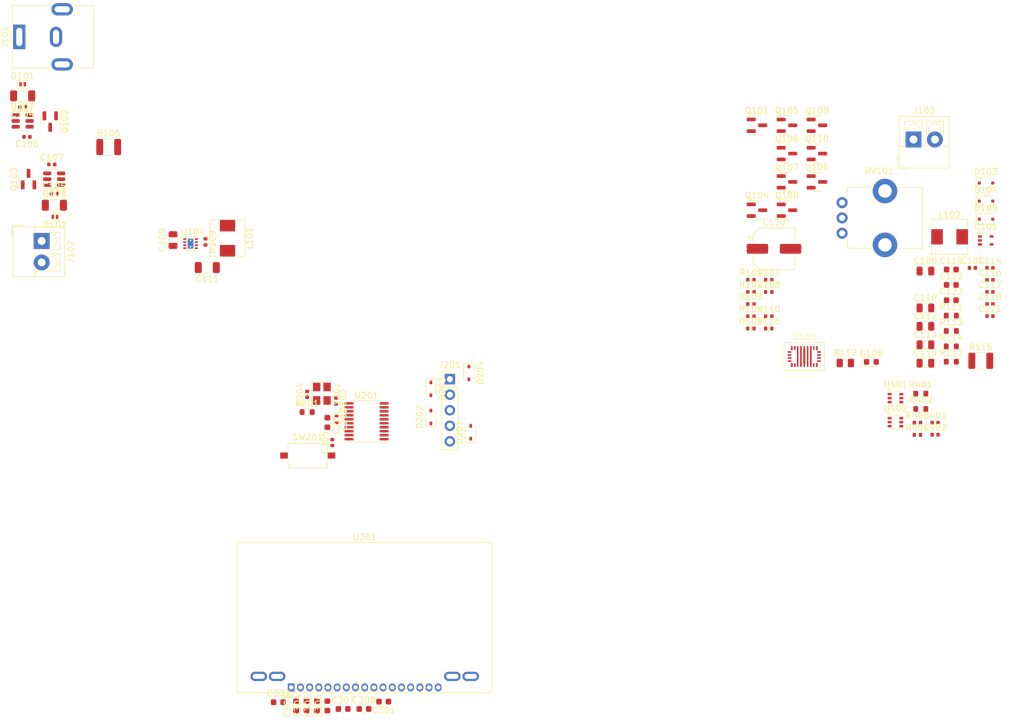
<source format=kicad_pcb>
(kicad_pcb (version 20240108) (generator "pcbnew") (generator_version "8.0")
  (layers (0 "F.Cu" signal) (31 "B.Cu" signal) (34 "B.Paste" user) (35 "F.Paste" user) (36 "B.SilkS" user "B.Silkscreen") (37 "F.SilkS" user "F.Silkscreen") (38 "B.Mask" user) (39 "F.Mask" user) (44 "Edge.Cuts" user))
  (net 0 "")
  (net 1 "/[1] Power/JACK_POWER")
  (net 2 "GND")
  (net 3 "/[1] Power/SCREW_TERMINAL_POWER")
  (net 4 "Net-(D103-K)")
  (net 5 "Net-(U102-VCAP)")
  (net 6 "Net-(U103-VCAP)")
  (net 7 "SYSTEM_POWER_A")
  (net 8 "Net-(Q104-S)")
  (net 9 "Net-(Q104-G)")
  (net 10 "SYSTEM_POWER_B")
  (net 11 "Net-(Q106-S)")
  (net 12 "Net-(Q106-G)")
  (net 13 "/[1] Power/BUCK_3V3")
  (net 14 "Net-(U104-FB)")
  (net 15 "/[1] Power/VCC_BB")
  (net 16 "Net-(U105-SW1)")
  (net 17 "Net-(U105-BOOT1)")
  (net 18 "Net-(U105-SW2)")
  (net 19 "Net-(U105-BOOT2)")
  (net 20 "VARIABLE_OUTPUT_VOLTAGE_A")
  (net 21 "Net-(U105-COMP)")
  (net 22 "Net-(C121-Pad1)")
  (net 23 "+3V3")
  (net 24 "+3V0")
  (net 25 "Net-(U201-PC14{slash}PB9)")
  (net 26 "Net-(C204-Pad2)")
  (net 27 "/[2] Microcontroller/NRST")
  (net 28 "Net-(U301-VOUT)")
  (net 29 "Net-(U301-V0)")
  (net 30 "Net-(U301-V1)")
  (net 31 "Net-(U301-V2)")
  (net 32 "Net-(U301-V3)")
  (net 33 "Net-(U301-V4)")
  (net 34 "Net-(U301-C2+)")
  (net 35 "Net-(U301-C2-)")
  (net 36 "Net-(U301-C1+)")
  (net 37 "Net-(U301-C1-)")
  (net 38 "ST_3V3")
  (net 39 "Net-(D104-K)")
  (net 40 "Net-(D106-K)")
  (net 41 "/[2] Microcontroller/SWCLK")
  (net 42 "/[2] Microcontroller/SWDIO")
  (net 43 "VARIABLE_OUTPUT_VOLTAGE_B")
  (net 44 "Net-(U104-SW)")
  (net 45 "/[1] Power/COMP_OUT")
  (net 46 "Net-(Q101-D)")
  (net 47 "Net-(Q102-G)")
  (net 48 "Net-(Q103-G)")
  (net 49 "Net-(Q108-D)")
  (net 50 "Net-(Q108-G)")
  (net 51 "Net-(Q110-D)")
  (net 52 "Net-(U101--)")
  (net 53 "Net-(U104-PG)")
  (net 54 "Net-(U105-FSW)")
  (net 55 "Net-(R111-Pad2)")
  (net 56 "Net-(U105-FB)")
  (net 57 "Net-(R117-Pad1)")
  (net 58 "Net-(U201-PC15)")
  (net 59 "S-INPUT_VOLTAGE")
  (net 60 "S-OUTPUT_VOLTAGE")
  (net 66 "SPI_MOSI")
  (net 68 "S-OUTPUT_CURRENT")
  (net 69 "{slash}CHIP_SELECT")
  (net 70 "S-INPUT_CURRENT")
  (net 74 "REGISTER_SELECT")
  (net 75 "SPI_CLK")
  (net 76 "{slash}RESET")
  (footprint "Display:NHD-C12832A1Z-FSRGB" (layer "F.Cu") (at 71.3 139.9825)
    (property "Reference" "U301" (at 12 -24.55 0) (layer "F.SilkS"))
    (property "Value" "NHD-C12832A1Z-FSW-FBW-3V3")
    (pad "" np_thru_hole circle (at -8.1 -22.95) (size 0.9 0.9) (drill 0.9) (layers "F&B.Cu" "*.Mask"))
    (pad "" np_thru_hole circle (at -8.1 0.15) (size 0.9 0.9) (drill 0.9) (layers "F&B.Cu" "*.Mask"))
    (pad "" np_thru_hole circle (at 32.1 -22.95) (size 0.9 0.9) (drill 0.9) (layers "F&B.Cu" "*.Mask"))
    (pad "" np_thru_hole circle (at 32.1 0.15) (size 0.9 0.9) (drill 0.9) (layers "F&B.Cu" "*.Mask"))
    (pad "1" thru_hole rect (at 0 0) (size 1.1 1.3) (drill 0.7) (layers "*.Cu" "*.Mask") (net 29 "Net-(U301-V0)"))
    (pad "2" thru_hole oval (at 1.5 0) (size 1.1 1.3) (drill 0.7) (layers "*.Cu" "*.Mask") (net 30 "Net-(U301-V1)"))
    (pad "3" thru_hole oval (at 3 0) (size 1.1 1.3) (drill 0.7) (layers "*.Cu" "*.Mask") (net 31 "Net-(U301-V2)"))
    (pad "4" thru_hole oval (at 4.5 0) (size 1.1 1.3) (drill 0.7) (layers "*.Cu" "*.Mask") (net 32 "Net-(U301-V3)"))
    (pad "5" thru_hole oval (at 6 0) (size 1.1 1.3) (drill 0.7) (layers "*.Cu" "*.Mask") (net 33 "Net-(U301-V4)"))
    (pad "6" thru_hole oval (at 7.5 0) (size 1.1 1.3) (drill 0.7) (layers "*.Cu" "*.Mask") (net 35 "Net-(U301-C2-)"))
    (pad "7" thru_hole oval (at 9 0) (size 1.1 1.3) (drill 0.7) (layers "*.Cu" "*.Mask") (net 34 "Net-(U301-C2+)"))
    (pad "8" thru_hole oval (at 10.5 0) (size 1.1 1.3) (drill 0.7) (layers "*.Cu" "*.Mask") (net 36 "Net-(U301-C1+)"))
    (pad "9" thru_hole oval (at 12 0) (size 1.1 1.3) (drill 0.7) (layers "*.Cu" "*.Mask") (net 37 "Net-(U301-C1-)"))
    (pad "10" thru_hole oval (at 13.5 0) (size 1.1 1.3) (drill 0.7) (layers "*.Cu" "*.Mask") (net 28 "Net-(U301-VOUT)"))
    (pad "11" thru_hole oval (at 15 0) (size 1.1 1.3) (drill 0.7) (layers "*.Cu" "*.Mask") (net 2 "GND"))
    (pad "12" thru_hole oval (at 16.5 0) (size 1.1 1.3) (drill 0.7) (layers "*.Cu" "*.Mask") (net 24 "+3V0"))
    (pad "13" thru_hole oval (at 18 0) (size 1.1 1.3) (drill 0.7) (layers "*.Cu" "*.Mask") (net 66 "SPI_MOSI"))
    (pad "14" thru_hole oval (at 19.5 0) (size 1.1 1.3) (drill 0.7) (layers "*.Cu" "*.Mask") (net 75 "SPI_CLK"))
    (pad "15" thru_hole oval (at 21 0) (size 1.1 1.3) (drill 0.7) (layers "*.Cu" "*.Mask") (net 74 "REGISTER_SELECT"))
    (pad "16" thru_hole oval (at 22.5 0) (size 1.1 1.3) (drill 0.7) (layers "*.Cu" "*.Mask") (net 76 "{slash}RESET"))
    (pad "17" thru_hole oval (at 24 0) (size 1.1 1.3) (drill 0.7) (layers "*.Cu" "*.Mask") (net 69 "{slash}CHIP_SELECT"))
    (pad "18" thru_hole oval (at -5.3 -1.8) (size 2.7 1.5) (drill oval 2 0.8) (layers "*.Cu" "*.Mask") (net 24 "+3V0"))
    (pad "19" thru_hole oval (at -2.3 -1.8) (size 2.7 1.5) (drill oval 2 0.8) (layers "*.Cu" "*.Mask") (net 2 "GND"))
    (pad "20" thru_hole oval (at 26.3 -1.8) (size 2.7 1.5) (drill oval 2 0.8) (layers "*.Cu" "*.Mask"))
    (pad "21" thru_hole oval (at 29.3 -1.8) (size 2.7 1.5) (drill oval 2 0.8) (layers "*.Cu" "*.Mask"))
  )
  (footprint "Resistor_SMD:R_1210_3225Metric" (layer "F.Cu") (at 183.88 86.62)
    (property "Reference" "R116" (at 0 -2.28 0) (layer "F.SilkS"))
    (property "Value" "11mR")
    (pad "1" smd roundrect (at -1.4625 0) (size 1.125 2.65) (layers "F.Cu" "F.Paste" "F.Mask") (roundrect_rratio 0.222222) (net 20 "VARIABLE_OUTPUT_VOLTAGE_A"))
    (pad "2" smd roundrect (at 1.4625 0) (size 1.125 2.65) (layers "F.Cu" "F.Paste" "F.Mask") (roundrect_rratio 0.222222) (net 43 "VARIABLE_OUTPUT_VOLTAGE_B"))
  )
  (footprint "Resistor_SMD:R_0402_1005Metric" (layer "F.Cu") (at 146.35 73.39)
    (property "Reference" "R101" (at 0 -1.17 0) (layer "F.SilkS"))
    (property "Value" "100k")
    (pad "1" smd roundrect (at -0.51 0) (size 0.54 0.64) (layers "F.Cu" "F.Paste" "F.Mask") (net 13 "/[1] Power/BUCK_3V3"))
    (pad "2" smd roundrect (at 0.51 0) (size 0.54 0.64) (layers "F.Cu" "F.Paste" "F.Mask") (net 2 "GND"))
  )
  (footprint "Package_TO_SOT_SMD:SOT-23-6" (layer "F.Cu") (at 27.45 47.4375)
    (property "Reference" "U102" (at 0 -2.4 360) (layer "F.SilkS"))
    (property "Value" "LM74700")
    (pad "1" smd roundrect (at -1.1375 -0.95) (size 1.325 0.6) (layers "F.Cu" "F.Paste" "F.Mask") (net 5 "Net-(U102-VCAP)"))
    (pad "2" smd roundrect (at -1.1375 0) (size 1.325 0.6) (layers "F.Cu" "F.Paste" "F.Mask") (net 2 "GND"))
    (pad "3" smd roundrect (at -1.1375 0.95) (size 1.325 0.6) (layers "F.Cu" "F.Paste" "F.Mask") (net 1 "/[1] Power/JACK_POWER"))
    (pad "4" smd roundrect (at 1.1375 0.95) (size 1.325 0.6) (layers "F.Cu" "F.Paste" "F.Mask") (net 7 "SYSTEM_POWER_A"))
    (pad "5" smd roundrect (at 1.1375 0) (size 1.325 0.6) (layers "F.Cu" "F.Paste" "F.Mask") (net 47 "Net-(Q102-G)"))
    (pad "6" smd roundrect (at 1.1375 -0.95) (size 1.325 0.6) (layers "F.Cu" "F.Paste" "F.Mask") (net 1 "/[1] Power/JACK_POWER"))
  )
  (footprint "Resistor_SMD:R_0402_1005Metric" (layer "F.Cu") (at 146.35 77.37)
    (property "Reference" "R103" (at 0 -1.17 0) (layer "F.SilkS"))
    (property "Value" "50k")
    (pad "1" smd roundrect (at -0.51 0) (size 0.54 0.64) (layers "F.Cu" "F.Paste" "F.Mask") (net 52 "Net-(U101--)"))
    (pad "2" smd roundrect (at 0.51 0) (size 0.54 0.64) (layers "F.Cu" "F.Paste" "F.Mask") (net 2 "GND"))
  )
  (footprint "Capacitor_SMD:C_0402_1005Metric" (layer "F.Cu") (at 78.6 93.2 -90)
    (property "Reference" "C203" (at 0 -1.16 90) (layer "F.SilkS"))
    (property "Value" "14pF")
    (pad "1" smd roundrect (at -0.48 0 270) (size 0.56 0.62) (layers "F.Cu" "F.Paste" "F.Mask") (net 2 "GND"))
    (pad "2" smd roundrect (at 0.48 0 270) (size 0.56 0.62) (layers "F.Cu" "F.Paste" "F.Mask") (net 25 "Net-(U201-PC14{slash}PB9)"))
  )
  (footprint "Crystal:Crystal_SMD_3225-4Pin_3.2x2.5mm" (layer "F.Cu") (at 76.3 92 -90)
    (property "Reference" "Y201" (at 0 -2.45 90) (layer "F.SilkS"))
    (property "Value" "16MHz")
    (pad "1" smd rect (at -1.1 0.85 270) (size 1.4 1.2) (layers "F.Cu" "F.Paste" "F.Mask") (net 26 "Net-(C204-Pad2)"))
    (pad "2" smd rect (at 1.1 0.85 270) (size 1.4 1.2) (layers "F.Cu" "F.Paste" "F.Mask") (net 2 "GND"))
    (pad "3" smd rect (at 1.1 -0.85 270) (size 1.4 1.2) (layers "F.Cu" "F.Paste" "F.Mask") (net 25 "Net-(U201-PC14{slash}PB9)"))
    (pad "4" smd rect (at -1.1 -0.85 270) (size 1.4 1.2) (layers "F.Cu" "F.Paste" "F.Mask") (net 2 "GND"))
  )
  (footprint "Inductor_SMD:L_Sunlord_MWSA0503S" (layer "F.Cu") (at 178.79 66.365)
    (property "Reference" "L102" (at 0 -3.6 0) (layer "F.SilkS"))
    (property "Value" "2.2uH")
    (pad "1" smd rect (at -2.05 0) (size 1.9 2.5) (layers "F.Cu" "F.Paste" "F.Mask") (net 16 "Net-(U105-SW1)"))
    (pad "2" smd rect (at 2.05 0) (size 1.9 2.5) (layers "F.Cu" "F.Paste" "F.Mask") (net 18 "Net-(U105-SW2)"))
  )
  (footprint "Package_TO_SOT_SMD:SOT-23" (layer "F.Cu") (at 152.23 52.77)
    (property "Reference" "Q106" (at 0 -2.4 0) (layer "F.SilkS"))
    (property "Value" "AO3407")
    (pad "1" smd roundrect (at -0.9375 -0.95) (size 1.475 0.6) (layers "F.Cu" "F.Paste" "F.Mask") (net 12 "Net-(Q106-G)"))
    (pad "2" smd roundrect (at -0.9375 0.95) (size 1.475 0.6) (layers "F.Cu" "F.Paste" "F.Mask") (net 11 "Net-(Q106-S)"))
    (pad "3" smd roundrect (at 0.9375 0) (size 1.475 0.6) (layers "F.Cu" "F.Paste" "F.Mask") (net 38 "ST_3V3"))
  )
  (footprint "Capacitor_SMD:C_0402_1005Metric" (layer "F.Cu") (at 78 99.98 90)
    (property "Reference" "C205" (at 0 -1.16 90) (layer "F.SilkS"))
    (property "Value" "0.1uF")
    (pad "1" smd roundrect (at -0.48 0 90) (size 0.56 0.62) (layers "F.Cu" "F.Paste" "F.Mask") (net 27 "/[2] Microcontroller/NRST"))
    (pad "2" smd roundrect (at 0.48 0 90) (size 0.56 0.62) (layers "F.Cu" "F.Paste" "F.Mask") (net 2 "GND"))
  )
  (footprint "Package_SO:TSSOP-20_4.4x6.5mm_P0.65mm" (layer "F.Cu") (at 83.6 96.5)
    (property "Reference" "U201" (at 0 -4.2 0) (layer "F.SilkS"))
    (property "Value" "STM32G030F6Px")
    (pad "1" smd roundrect (at -2.8625 -2.925) (size 1.475 0.4) (layers "F.Cu" "F.Paste" "F.Mask") (net 59 "S-INPUT_VOLTAGE"))
    (pad "2" smd roundrect (at -2.8625 -2.275) (size 1.475 0.4) (layers "F.Cu" "F.Paste" "F.Mask") (net 25 "Net-(U201-PC14{slash}PB9)"))
    (pad "3" smd roundrect (at -2.8625 -1.625) (size 1.475 0.4) (layers "F.Cu" "F.Paste" "F.Mask") (net 58 "Net-(U201-PC15)"))
    (pad "4" smd roundrect (at -2.8625 -0.975) (size 1.475 0.4) (layers "F.Cu" "F.Paste" "F.Mask") (net 23 "+3V3"))
    (pad "5" smd roundrect (at -2.8625 -0.325) (size 1.475 0.4) (layers "F.Cu" "F.Paste" "F.Mask") (net 2 "GND"))
    (pad "6" smd roundrect (at -2.8625 0.325) (size 1.475 0.4) (layers "F.Cu" "F.Paste" "F.Mask") (net 27 "/[2] Microcontroller/NRST"))
    (pad "7" smd roundrect (at -2.8625 0.975) (size 1.475 0.4) (layers "F.Cu" "F.Paste" "F.Mask") (net 75 "SPI_CLK"))
    (pad "8" smd roundrect (at -2.8625 1.625) (size 1.475 0.4) (layers "F.Cu" "F.Paste" "F.Mask") (net 69 "{slash}CHIP_SELECT"))
    (pad "9" smd roundrect (at -2.8625 2.275) (size 1.475 0.4) (layers "F.Cu" "F.Paste" "F.Mask") (net 74 "REGISTER_SELECT"))
    (pad "10" smd roundrect (at -2.8625 2.925) (size 1.475 0.4) (layers "F.Cu" "F.Paste" "F.Mask"))
    (pad "11" smd roundrect (at 2.8625 2.925) (size 1.475 0.4) (layers "F.Cu" "F.Paste" "F.Mask") (net 66 "SPI_MOSI"))
    (pad "12" smd roundrect (at 2.8625 2.275) (size 1.475 0.4) (layers "F.Cu" "F.Paste" "F.Mask"))
    (pad "13" smd roundrect (at 2.8625 1.625) (size 1.475 0.4) (layers "F.Cu" "F.Paste" "F.Mask") (net 68 "S-OUTPUT_CURRENT"))
    (pad "14" smd roundrect (at 2.8625 0.975) (size 1.475 0.4) (layers "F.Cu" "F.Paste" "F.Mask") (net 60 "S-OUTPUT_VOLTAGE"))
    (pad "15" smd roundrect (at 2.8625 0.325) (size 1.475 0.4) (layers "F.Cu" "F.Paste" "F.Mask") (net 70 "S-INPUT_CURRENT"))
    (pad "16" smd roundrect (at 2.8625 -0.325) (size 1.475 0.4) (layers "F.Cu" "F.Paste" "F.Mask"))
    (pad "17" smd roundrect (at 2.8625 -0.975) (size 1.475 0.4) (layers "F.Cu" "F.Paste" "F.Mask"))
    (pad "18" smd roundrect (at 2.8625 -1.625) (size 1.475 0.4) (layers "F.Cu" "F.Paste" "F.Mask") (net 42 "/[2] Microcontroller/SWDIO"))
    (pad "19" smd roundrect (at 2.8625 -2.275) (size 1.475 0.4) (layers "F.Cu" "F.Paste" "F.Mask") (net 41 "/[2] Microcontroller/SWCLK"))
    (pad "20" smd roundrect (at 2.8625 -2.925) (size 1.475 0.4) (layers "F.Cu" "F.Paste" "F.Mask") (net 76 "{slash}RESET"))
  )
  (footprint "Package_TO_SOT_SMD:SOT-23" (layer "F.Cu") (at 157.12 57.395)
    (property "Reference" "U106" (at 0 -2.4 0) (layer "F.SilkS"))
    (property "Value" "MCP1700T-3002E/TT")
    (pad "1" smd roundrect (at -0.9375 -0.95) (size 1.475 0.6) (layers "F.Cu" "F.Paste" "F.Mask") (net 2 "GND"))
    (pad "2" smd roundrect (at -0.9375 0.95) (size 1.475 0.6) (layers "F.Cu" "F.Paste" "F.Mask") (net 24 "+3V0"))
    (pad "3" smd roundrect (at 0.9375 0) (size 1.475 0.6) (layers "F.Cu" "F.Paste" "F.Mask") (net 23 "+3V3"))
  )
  (footprint "Resistor_SMD:R_0603_1608Metric" (layer "F.Cu") (at 179.07 86.77)
    (property "Reference" "R117" (at 0 -1.43 0) (layer "F.SilkS"))
    (property "Value" "6.4k")
    (pad "1" smd roundrect (at -0.825 0) (size 0.8 0.95) (layers "F.Cu" "F.Paste" "F.Mask") (net 57 "Net-(R117-Pad1)"))
    (pad "2" smd roundrect (at 0.825 0) (size 0.8 0.95) (layers "F.Cu" "F.Paste" "F.Mask") (net 2 "GND"))
  )
  (footprint "Capacitor_SMD:C_0402_1005Metric" (layer "F.Cu") (at 185.38 73.41)
    (property "Reference" "C116" (at 0 -1.16 0) (layer "F.SilkS"))
    (property "Value" "0.1uF")
    (pad "1" smd roundrect (at -0.48 0) (size 0.56 0.62) (layers "F.Cu" "F.Paste" "F.Mask") (net 16 "Net-(U105-SW1)"))
    (pad "2" smd roundrect (at 0.48 0) (size 0.56 0.62) (layers "F.Cu" "F.Paste" "F.Mask") (net 17 "Net-(U105-BOOT1)"))
  )
  (footprint "Resistor_SMD:R_0402_1005Metric" (layer "F.Cu") (at 149.26 79.36)
    (property "Reference" "R110" (at 0 -1.17 0) (layer "F.SilkS"))
    (property "Value" "100k")
    (pad "1" smd roundrect (at -0.51 0) (size 0.54 0.64) (layers "F.Cu" "F.Paste" "F.Mask") (net 38 "ST_3V3"))
    (pad "2" smd roundrect (at 0.51 0) (size 0.54 0.64) (layers "F.Cu" "F.Paste" "F.Mask") (net 50 "Net-(Q108-G)"))
  )
  (footprint "Resistor_SMD:R_0603_1608Metric" (layer "F.Cu") (at 174.08 91.98)
    (property "Reference" "R401" (at 0 -1.43 0) (layer "F.SilkS"))
    (property "Value" "9.1k")
    (pad "1" smd roundrect (at -0.825 0) (size 0.8 0.95) (layers "F.Cu" "F.Paste" "F.Mask") (net 10 "SYSTEM_POWER_B"))
    (pad "2" smd roundrect (at 0.825 0) (size 0.8 0.95) (layers "F.Cu" "F.Paste" "F.Mask") (net 59 "S-INPUT_VOLTAGE"))
  )
  (footprint "Capacitor_SMD:C_0402_1005Metric" (layer "F.Cu") (at 176.42 98.7)
    (property "Reference" "C402" (at 0 -1.16 0) (layer "F.SilkS"))
    (property "Value" "0.1uF")
    (pad "1" smd roundrect (at -0.48 0) (size 0.56 0.62) (layers "F.Cu" "F.Paste" "F.Mask") (net 23 "+3V3"))
    (pad "2" smd roundrect (at 0.48 0) (size 0.56 0.62) (layers "F.Cu" "F.Paste" "F.Mask") (net 2 "GND"))
  )
  (footprint "Resistor_SMD:R_0603_1608Metric" (layer "F.Cu") (at 179.07 84.26)
    (property "Reference" "R114" (at 0 -1.43 0) (layer "F.SilkS"))
    (property "Value" "140k")
    (pad "1" smd roundrect (at -0.825 0) (size 0.8 0.95) (layers "F.Cu" "F.Paste" "F.Mask") (net 21 "Net-(U105-COMP)"))
    (pad "2" smd roundrect (at 0.825 0) (size 0.8 0.95) (layers "F.Cu" "F.Paste" "F.Mask") (net 22 "Net-(C121-Pad1)"))
  )
  (footprint "Potentiometer_THT:Potentiometer_Bourns_PTV09A-1_Single_Vertical" (layer "F.Cu") (at 161.24 65.78)
    (property "Reference" "RV101" (at 6.05 -10.15 0) (layer "F.SilkS"))
    (property "Value" "1M ADJ")
    (pad "" np_thru_hole circle (at 7 -6.9) (size 4 4) (drill 2.2) (layers "F&B.Cu" "*.Mask"))
    (pad "" np_thru_hole circle (at 7 1.9) (size 4 4) (drill 2.2) (layers "F&B.Cu" "*.Mask"))
    (pad "1" thru_hole circle (at 0 0) (size 1.8 1.8) (drill 1) (layers "*.Cu" "*.Mask"))
    (pad "2" thru_hole circle (at 0 -2.5) (size 1.8 1.8) (drill 1) (layers "*.Cu" "*.Mask") (net 56 "Net-(U105-FB)"))
    (pad "3" thru_hole circle (at 0 -5) (size 1.8 1.8) (drill 1) (layers "*.Cu" "*.Mask") (net 57 "Net-(R117-Pad1)"))
  )
  (footprint "Resistor_SMD:R_0603_1608Metric" (layer "F.Cu") (at 174.08 94.49)
    (property "Reference" "R402" (at 0 -1.43 0) (layer "F.SilkS"))
    (property "Value" "2.2k")
    (pad "1" smd roundrect (at -0.825 0) (size 0.8 0.95) (layers "F.Cu" "F.Paste" "F.Mask") (net 59 "S-INPUT_VOLTAGE"))
    (pad "2" smd roundrect (at 0.825 0) (size 0.8 0.95) (layers "F.Cu" "F.Paste" "F.Mask") (net 2 "GND"))
  )
  (footprint "Capacitor_SMD:CP_Elec_6.3x7.7" (layer "F.Cu") (at 150.12 68.32)
    (property "Reference" "C120" (at 0 -4.35 0) (layer "F.SilkS"))
    (property "Value" "100uF")
    (pad "1" smd roundrect (at -2.7 0) (size 3.5 1.6) (layers "F.Cu" "F.Paste" "F.Mask") (roundrect_rratio 0.15625) (net 20 "VARIABLE_OUTPUT_VOLTAGE_A"))
    (pad "2" smd roundrect (at 2.7 0) (size 3.5 1.6) (layers "F.Cu" "F.Paste" "F.Mask") (roundrect_rratio 0.15625) (net 2 "GND"))
  )
  (footprint "TerminalBlock_4Ucon:TerminalBlock_4Ucon_1x02_P3.50mm_Vertical" (layer "F.Cu") (at 30.555 67.05 -90)
    (property "Reference" "J102" (at 1.75 -4.76 90) (layer "F.SilkS"))
    (property "Value" "Screw_Terminal_01x02")
    (pad "1" thru_hole rect (at 0 0 270) (size 2.6 2.6) (drill 1.3) (layers "*.Cu" "*.Mask") (net 3 "/[1] Power/SCREW_TERMINAL_POWER"))
    (pad "2" thru_hole circle (at 3.5 0 270) (size 2.6 2.6) (drill 1.3) (layers "*.Cu" "*.Mask") (net 2 "GND"))
  )
  (footprint "Capacitor_SMD:C_0402_1005Metric" (layer "F.Cu") (at 185.38 79.32)
    (property "Reference" "C121" (at 0 -1.16 0) (layer "F.SilkS"))
    (property "Value" "10nF")
    (pad "1" smd roundrect (at -0.48 0) (size 0.56 0.62) (layers "F.Cu" "F.Paste" "F.Mask") (net 22 "Net-(C121-Pad1)"))
    (pad "2" smd roundrect (at 0.48 0) (size 0.56 0.62) (layers "F.Cu" "F.Paste" "F.Mask") (net 2 "GND"))
  )
  (footprint "Package_TO_SOT_SMD:SOT-23" (layer "F.Cu") (at 147.34 62.02)
    (property "Reference" "Q104" (at 0 -2.4 0) (layer "F.SilkS"))
    (property "Value" "AO3407")
    (pad "1" smd roundrect (at -0.9375 -0.95) (size 1.475 0.6) (layers "F.Cu" "F.Paste" "F.Mask") (net 9 "Net-(Q104-G)"))
    (pad "2" smd roundrect (at -0.9375 0.95) (size 1.475 0.6) (layers "F.Cu" "F.Paste" "F.Mask") (net 8 "Net-(Q104-S)"))
    (pad "3" smd roundrect (at 0.9375 0) (size 1.475 0.6) (layers "F.Cu" "F.Paste" "F.Mask") (net 13 "/[1] Power/BUCK_3V3"))
  )
  (footprint "Capacitor_SMD:C_0603_1608Metric" (layer "F.Cu") (at 72.1 143 90)
    (property "Reference" "C303" (at 0 -1.43 90) (layer "F.SilkS"))
    (property "Value" "1uF")
    (pad "1" smd roundrect (at -0.775 0 90) (size 0.9 0.95) (layers "F.Cu" "F.Paste" "F.Mask") (net 2 "GND"))
    (pad "2" smd roundrect (at 0.775 0 90) (size 0.9 0.95) (layers "F.Cu" "F.Paste" "F.Mask") (net 30 "Net-(U301-V1)"))
  )
  (footprint "Capacitor_SMD:C_1206_3216Metric" (layer "F.Cu") (at 32.63 61.2)
    (property "Reference" "C102" (at 0 -1.85 360) (layer "F.SilkS"))
    (property "Value" "22uF")
    (pad "1" smd roundrect (at -1.475 0) (size 1.15 1.8) (layers "F.Cu" "F.Paste" "F.Mask") (roundrect_rratio 0.217391) (net 3 "/[1] Power/SCREW_TERMINAL_POWER"))
    (pad "2" smd roundrect (at 1.475 0) (size 1.15 1.8) (layers "F.Cu" "F.Paste" "F.Mask") (roundrect_rratio 0.217391) (net 2 "GND"))
  )
  (footprint "Capacitor_SMD:C_0402_1005Metric" (layer "F.Cu") (at 185.38 77.35)
    (property "Reference" "C118" (at 0 -1.16 0) (layer "F.SilkS"))
    (property "Value" "0.1uF")
    (pad "1" smd roundrect (at -0.48 0) (size 0.56 0.62) (layers "F.Cu" "F.Paste" "F.Mask") (net 20 "VARIABLE_OUTPUT_VOLTAGE_A"))
    (pad "2" smd roundrect (at 0.48 0) (size 0.56 0.62) (layers "F.Cu" "F.Paste" "F.Mask") (net 2 "GND"))
  )
  (footprint "Capacitor_SMD:C_0402_1005Metric" (layer "F.Cu") (at 78.7 96.2 -90)
    (property "Reference" "C202" (at 0 -1.16 90) (layer "F.SilkS"))
    (property "Value" "0.1uF")
    (pad "1" smd roundrect (at -0.48 0 270) (size 0.56 0.62) (layers "F.Cu" "F.Paste" "F.Mask") (net 23 "+3V3"))
    (pad "2" smd roundrect (at 0.48 0 270) (size 0.56 0.62) (layers "F.Cu" "F.Paste" "F.Mask") (net 2 "GND"))
  )
  (footprint "Capacitor_SMD:C_0805_2012Metric" (layer "F.Cu") (at 174.84 84)
    (property "Reference" "C113" (at 0 -1.68 0) (layer "F.SilkS"))
    (property "Value" "10uF")
    (pad "1" smd roundrect (at -0.95 0) (size 1 1.45) (layers "F.Cu" "F.Paste" "F.Mask") (net 10 "SYSTEM_POWER_B"))
    (pad "2" smd roundrect (at 0.95 0) (size 1 1.45) (layers "F.Cu" "F.Paste" "F.Mask") (net 2 "GND"))
  )
  (footprint "Diode_SMD:D_SOD-323F" (layer "F.Cu") (at 184.735 63.48)
    (property "Reference" "D105" (at 0 -1.85 0) (layer "F.SilkS"))
    (property "Value" "BAT54WS-7-F")
    (pad "1" smd roundrect (at -1.1 0) (size 0.5 0.5) (layers "F.Cu" "F.Paste" "F.Mask") (net 4 "Net-(D103-K)"))
    (pad "2" smd roundrect (at 1.1 0) (size 0.5 0.5) (layers "F.Cu" "F.Paste" "F.Mask") (net 39 "Net-(D104-K)"))
  )
  (footprint "Capacitor_SMD:C_1206_3216Metric" (layer "F.Cu") (at 57.6 71.39 180)
    (property "Reference" "C111" (at 0 -1.85 360) (layer "F.SilkS"))
    (property "Value" "22uF")
    (pad "1" smd roundrect (at -1.475 0 180) (size 1.15 1.8) (layers "F.Cu" "F.Paste" "F.Mask") (roundrect_rratio 0.217391) (net 13 "/[1] Power/BUCK_3V3"))
    (pad "2" smd roundrect (at 1.475 0 180) (size 1.15 1.8) (layers "F.Cu" "F.Paste" "F.Mask") (roundrect_rratio 0.217391) (net 14 "Net-(U104-FB)"))
  )
  (footprint "Capacitor_SMD:C_0402_1005Metric" (layer "F.Cu") (at 28.15 50.0375 180)
    (property "Reference" "C106" (at 0 -1.16 360) (layer "F.SilkS"))
    (property "Value" "0.1uF")
    (pad "1" smd roundrect (at -0.48 0 180) (size 0.56 0.62) (layers "F.Cu" "F.Paste" "F.Mask") (net 7 "SYSTEM_POWER_A"))
    (pad "2" smd roundrect (at 0.48 0 180) (size 0.56 0.62) (layers "F.Cu" "F.Paste" "F.Mask") (net 2 "GND"))
  )
  (footprint "Diode_SMD:D_SOD-323" (layer "F.Cu") (at 94.1 95.8 90)
    (property "Reference" "D202" (at 0 -1.85 90) (layer "F.SilkS"))
    (property "Value" "D_TVS")
    (pad "1" smd roundrect (at -1.05 0 90) (size 0.6 0.45) (layers "F.Cu" "F.Paste" "F.Mask") (net 2 "GND"))
    (pad "2" smd roundrect (at 1.05 0 90) (size 0.6 0.45) (layers "F.Cu" "F.Paste" "F.Mask") (net 41 "/[2] Microcontroller/SWCLK"))
  )
  (footprint "Capacitor_SMD:C_0402_1005Metric" (layer "F.Cu") (at 73.9 92.1 90)
    (property "Reference" "C204" (at 0 -1.16 90) (layer "F.SilkS"))
    (property "Value" "14pF")
    (pad "1" smd roundrect (at -0.48 0 90) (size 0.56 0.62) (layers "F.Cu" "F.Paste" "F.Mask") (net 2 "GND"))
    (pad "2" smd roundrect (at 0.48 0 90) (size 0.56 0.62) (layers "F.Cu" "F.Paste" "F.Mask") (net 26 "Net-(C204-Pad2)"))
  )
  (footprint "Package_TO_SOT_SMD:SOT-363_SC-70-6" (layer "F.Cu") (at 169.95 96.65)
    (property "Reference" "U402" (at 0 -2.25 0) (layer "F.SilkS"))
    (property "Value" "INA215BIDCKR")
    (pad "1" smd roundrect (at -0.95 -0.65) (size 0.65 0.4) (layers "F.Cu" "F.Paste" "F.Mask") (net 2 "GND"))
    (pad "2" smd roundrect (at -0.95 0) (size 0.65 0.4) (layers "F.Cu" "F.Paste" "F.Mask") (net 2 "GND"))
    (pad "3" smd roundrect (at -0.95 0.65) (size 0.65 0.4) (layers "F.Cu" "F.Paste" "F.Mask") (net 23 "+3V3"))
    (pad "4" smd roundrect (at 0.95 0.65) (size 0.65 0.4) (layers "F.Cu" "F.Paste" "F.Mask") (net 20 "VARIABLE_OUTPUT_VOLTAGE_A"))
    (pad "5" smd roundrect (at 0.95 0) (size 0.65 0.4) (layers "F.Cu" "F.Paste" "F.Mask") (net 43 "VARIABLE_OUTPUT_VOLTAGE_B"))
    (pad "6" smd roundrect (at 0.95 -0.65) (size 0.65 0.4) (layers "F.Cu" "F.Paste" "F.Mask") (net 68 "S-OUTPUT_CURRENT"))
  )
  (footprint "Package_TO_SOT_SMD:SOT-23" (layer "F.Cu") (at 152.23 48.145)
    (property "Reference" "Q105" (at 0 -2.4 0) (layer "F.SilkS"))
    (property "Value" "AO3407")
    (pad "1" smd roundrect (at -0.9375 -0.95) (size 1.475 0.6) (layers "F.Cu" "F.Paste" "F.Mask") (net 9 "Net-(Q104-G)"))
    (pad "2" smd roundrect (at -0.9375 0.95) (size 1.475 0.6) (layers "F.Cu" "F.Paste" "F.Mask") (net 8 "Net-(Q104-S)"))
    (pad "3" smd roundrect (at 0.9375 0) (size 1.475 0.6) (layers "F.Cu" "F.Paste" "F.Mask") (net 23 "+3V3"))
  )
  (footprint "Package_TO_SOT_SMD:SOT-353_SC-70-5" (layer "F.Cu") (at 184.69 66.955)
    (property "Reference" "U101" (at 0 -2.25 0) (layer "F.SilkS"))
    (property "Value" "MCP6541T-I/OT")
    (pad "1" smd roundrect (at -0.95 -0.65) (size 0.65 0.4) (layers "F.Cu" "F.Paste" "F.Mask") (net 45 "/[1] Power/COMP_OUT"))
    (pad "2" smd roundrect (at -0.95 0) (size 0.65 0.4) (layers "F.Cu" "F.Paste" "F.Mask") (net 2 "GND"))
    (pad "3" smd roundrect (at -0.95 0.65) (size 0.65 0.4) (layers "F.Cu" "F.Paste" "F.Mask") (net 13 "/[1] Power/BUCK_3V3"))
    (pad "4" smd roundrect (at 0.95 0.65) (size 0.65 0.4) (layers "F.Cu" "F.Paste" "F.Mask") (net 52 "Net-(U101--)"))
    (pad "5" smd roundrect (at 0.95 -0.65) (size 0.65 0.4) (layers "F.Cu" "F.Paste" "F.Mask") (net 4 "Net-(D103-K)"))
  )
  (footprint "Capacitor_SMD:C_0402_1005Metric" (layer "F.Cu") (at 182.51 71.44)
    (property "Reference" "C103" (at 0 -1.16 0) (layer "F.SilkS"))
    (property "Value" "0.1uF")
    (pad "1" smd roundrect (at -0.48 0) (size 0.56 0.62) (layers "F.Cu" "F.Paste" "F.Mask") (net 4 "Net-(D103-K)"))
    (pad "2" smd roundrect (at 0.48 0) (size 0.56 0.62) (layers "F.Cu" "F.Paste" "F.Mask") (net 2 "GND"))
  )
  (footprint "Capacitor_SMD:C_0402_1005Metric" (layer "F.Cu") (at 32.61 59.3)
    (property "Reference" "C105" (at 0 -1.16 360) (layer "F.SilkS"))
    (property "Value" "0.1uF")
    (pad "1" smd roundrect (at -0.48 0) (size 0.56 0.62) (layers "F.Cu" "F.Paste" "F.Mask") (net 3 "/[1] Power/SCREW_TERMINAL_POWER"))
    (pad "2" smd roundrect (at 0.48 0) (size 0.56 0.62) (layers "F.Cu" "F.Paste" "F.Mask") (net 6 "Net-(U103-VCAP)"))
  )
  (footprint "Resistor_SMD:R_0402_1005Metric" (layer "F.Cu") (at 146.35 79.36)
    (property "Reference" "R104" (at 0 -1.17 0) (layer "F.SilkS"))
    (property "Value" "100k")
    (pad "1" smd roundrect (at -0.51 0) (size 0.54 0.64) (layers "F.Cu" "F.Paste" "F.Mask") (net 9 "Net-(Q104-G)"))
    (pad "2" smd roundrect (at 0.51 0) (size 0.54 0.64) (layers "F.Cu" "F.Paste" "F.Mask") (net 46 "Net-(Q101-D)"))
  )
  (footprint "Capacitor_SMD:C_0805_2012Metric" (layer "F.Cu") (at 174.84 87.01)
    (property "Reference" "C115" (at 0 -1.68 0) (layer "F.SilkS"))
    (property "Value" "10uF")
    (pad "1" smd roundrect (at -0.95 0) (size 1 1.45) (layers "F.Cu" "F.Paste" "F.Mask") (net 15 "/[1] Power/VCC_BB"))
    (pad "2" smd roundrect (at 0.95 0) (size 1 1.45) (layers "F.Cu" "F.Paste" "F.Mask") (net 2 "GND"))
  )
  (footprint "Capacitor_SMD:C_0603_1608Metric" (layer "F.Cu") (at 86.4 142.3 180)
    (property "Reference" "C301" (at 0 -1.43 360) (layer "F.SilkS"))
    (property "Value" "2.2uF")
    (pad "1" smd roundrect (at -0.775 0 180) (size 0.9 0.95) (layers "F.Cu" "F.Paste" "F.Mask") (net 2 "GND"))
    (pad "2" smd roundrect (at 0.775 0 180) (size 0.9 0.95) (layers "F.Cu" "F.Paste" "F.Mask") (net 28 "Net-(U301-VOUT)"))
  )
  (footprint "Resistor_SMD:R_1210_3225Metric" (layer "F.Cu") (at 41.5 51.7)
    (property "Reference" "R106" (at 0 -2.28 0) (layer "F.SilkS"))
    (property "Value" "11mR")
    (pad "1" smd roundrect (at -1.4625 0) (size 1.125 2.65) (layers "F.Cu" "F.Paste" "F.Mask") (roundrect_rratio 0.222222) (net 7 "SYSTEM_POWER_A"))
    (pad "2" smd roundrect (at 1.4625 0) (size 1.125 2.65) (layers "F.Cu" "F.Paste" "F.Mask") (roundrect_rratio 0.222222) (net 10 "SYSTEM_POWER_B"))
  )
  (footprint "TerminalBlock_4Ucon:TerminalBlock_4Ucon_1x02_P3.50mm_Vertical" (layer "F.Cu") (at 172.89 50.47)
    (property "Reference" "J103" (at 1.75 -4.76 0) (layer "F.SilkS"))
    (property "Value" "Screw_Terminal_01x02")
    (pad "1" thru_hole rect (at 0 0) (size 2.6 2.6) (drill 1.3) (layers "*.Cu" "*.Mask") (net 43 "VARIABLE_OUTPUT_VOLTAGE_B"))
    (pad "2" thru_hole circle (at 3.5 0) (size 2.6 2.6) (drill 1.3) (layers "*.Cu" "*.Mask") (net 2 "GND"))
  )
  (footprint "Package_TO_SOT_SMD:SOT-23" (layer "F.Cu") (at 147.34 48.145)
    (property "Reference" "Q101" (at 0 -2.4 0) (layer "F.SilkS"))
    (property "Value" "AO3416")
    (pad "1" smd roundrect (at -0.9375 -0.95) (size 1.475 0.6) (layers "F.Cu" "F.Paste" "F.Mask") (net 45 "/[1] Power/COMP_OUT"))
    (pad "2" smd roundrect (at -0.9375 0.95) (size 1.475 0.6) (layers "F.Cu" "F.Paste" "F.Mask") (net 2 "GND"))
    (pad "3" smd roundrect (at 0.9375 0) (size 1.475 0.6) (layers "F.Cu" "F.Paste" "F.Mask") (net 46 "Net-(Q101-D)"))
  )
  (footprint "Resistor_SMD:R_0402_1005Metric" (layer "F.Cu") (at 173.53 96.74)
    (property "Reference" "R403" (at 0 -1.17 0) (layer "F.SilkS"))
    (property "Value" "24K")
    (pad "1" smd roundrect (at -0.51 0) (size 0.54 0.64) (layers "F.Cu" "F.Paste" "F.Mask") (net 43 "VARIABLE_OUTPUT_VOLTAGE_B"))
    (pad "2" smd roundrect (at 0.51 0) (size 0.54 0.64) (layers "F.Cu" "F.Paste" "F.Mask") (net 60 "S-OUTPUT_VOLTAGE"))
  )
  (footprint "Resistor_SMD:R_0402_1005Metric" (layer "F.Cu") (at 149.26 81.35)
    (property "Reference" "R115" (at 0 -1.17 0) (layer "F.SilkS"))
    (property "Value" "100k")
    (pad "1" smd roundrect (at -0.51 0) (size 0.54 0.64) (layers "F.Cu" "F.Paste" "F.Mask") (net 20 "VARIABLE_OUTPUT_VOLTAGE_A"))
    (pad "2" smd roundrect (at 0.51 0) (size 0.54 0.64) (layers "F.Cu" "F.Paste" "F.Mask") (net 56 "Net-(U105-FB)"))
  )
  (footprint "Capacitor_SMD:C_0603_1608Metric" (layer "F.Cu") (at 69.2 142.4)
    (property "Reference" "C302" (at 0 -1.43 360) (layer "F.SilkS"))
    (property "Value" "1uF")
    (pad "1" smd roundrect (at -0.775 0) (size 0.9 0.95) (layers "F.Cu" "F.Paste" "F.Mask") (net 2 "GND"))
    (pad "2" smd roundrect (at 0.775 0) (size 0.9 0.95) (layers "F.Cu" "F.Paste" "F.Mask") (net 29 "Net-(U301-V0)"))
  )
  (footprint "Resistor_SMD:R_0805_2012Metric" (layer "F.Cu") (at 161.77 86.98)
    (property "Reference" "R112" (at 0 -1.65 0) (layer "F.SilkS"))
    (property "Value" "4.3k")
    (pad "1" smd roundrect (at -0.9125 0) (size 1.025 1.4) (layers "F.Cu" "F.Paste" "F.Mask") (roundrect_rratio 0.243902) (net 55 "Net-(R111-Pad2)"))
    (pad "2" smd roundrect (at 0.9125 0) (size 1.025 1.4) (layers "F.Cu" "F.Paste" "F.Mask") (roundrect_rratio 0.243902) (net 2 "GND"))
  )
  (footprint "Capacitor_SMD:C_0805_2012Metric" (layer "F.Cu") (at 174.84 80.99)
    (property "Reference" "C112" (at 0 -1.68 0) (layer "F.SilkS"))
    (property "Value" "10uF")
    (pad "1" smd roundrect (at -0.95 0) (size 1 1.45) (layers "F.Cu" "F.Paste" "F.Mask") (net 10 "SYSTEM_POWER_B"))
    (pad "2" smd roundrect (at 0.95 0) (size 1 1.45) (layers "F.Cu" "F.Paste" "F.Mask") (net 2 "GND"))
  )
  (footprint "Capacitor_SMD:C_0603_1608Metric" (layer "F.Cu") (at 79.775 143.5)
    (property "Reference" "C307" (at 0 -1.43 0) (layer "F.SilkS"))
    (property "Value" "2.2uF")
    (pad "1" smd roundrect (at -0.775 0) (size 0.9 0.95) (layers "F.Cu" "F.Paste" "F.Mask") (net 35 "Net-(U301-C2-)"))
    (pad "2" smd roundrect (at 0.775 0) (size 0.9 0.95) (layers "F.Cu" "F.Paste" "F.Mask") (net 34 "Net-(U301-C2+)"))
  )
  (footprint "Resistor_SMD:R_0402_1005Metric" (layer "F.Cu") (at 57.3 67.19 -90)
    (property "Reference" "R109" (at 0 -1.17 90) (layer "F.SilkS"))
    (property "Value" "100k")
    (pad "1" smd roundrect (at -0.51 0 270) (size 0.54 0.64) (layers "F.Cu" "F.Paste" "F.Mask") (net 53 "Net-(U104-PG)"))
    (pad "2" smd roundrect (at 0.51 0 270) (size 0.54 0.64) (layers "F.Cu" "F.Paste" "F.Mask") (net 13 "/[1] Power/BUCK_3V3"))
  )
  (footprint "Connector_PinHeader_2.54mm:PinHeader_1x05_P2.54mm_Vertical" (layer "F.Cu") (at 97.2 89.62)
    (property "Reference" "J201" (at 0 -2.33 0) (layer "F.SilkS"))
    (property "Value" "Conn_01x05")
    (pad "1" thru_hole rect (at 0 0) (size 1.7 1.7) (drill 1) (layers "*.Cu" "*.Mask") (net 38 "ST_3V3"))
    (pad "2" thru_hole oval (at 0 2.54) (size 1.7 1.7) (drill 1) (layers "*.Cu" "*.Mask") (net 42 "/[2] Microcontroller/SWDIO"))
    (pad "3" thru_hole oval (at 0 5.08) (size 1.7 1.7) (drill 1) (layers "*.Cu" "*.Mask") (net 41 "/[2] Microcontroller/SWCLK"))
    (pad "4" thru_hole oval (at 0 7.62) (size 1.7 1.7) (drill 1) (layers "*.Cu" "*.Mask") (net 27 "/[2] Microcontroller/NRST"))
    (pad "5" thru_hole oval (at 0 10.16) (size 1.7 1.7) (drill 1) (layers "*.Cu" "*.Mask") (net 2 "GND"))
  )
  (footprint "LED_SMD:LED_0603_1608Metric" (layer "F.Cu") (at 166.02 86.8)
    (property "Reference" "D106" (at 0 -1.43 0) (layer "F.SilkS"))
    (property "Value" "Green LED")
    (pad "1" smd roundrect (at -0.7875 0) (size 0.875 0.95) (layers "F.Cu" "F.Paste" "F.Mask") (net 40 "Net-(D106-K)"))
    (pad "2" smd roundrect (at 0.7875 0) (size 0.875 0.95) (layers "F.Cu" "F.Paste" "F.Mask") (net 23 "+3V3"))
  )
  (footprint "Capacitor_SMD:C_0603_1608Metric" (layer "F.Cu") (at 83.175 143.5)
    (property "Reference" "C308" (at 0 -1.43 0) (layer "F.SilkS"))
    (property "Value" "2.2uF")
    (pad "1" smd roundrect (at -0.775 0) (size 0.9 0.95) (layers "F.Cu" "F.Paste" "F.Mask") (net 36 "Net-(U301-C1+)"))
    (pad "2" smd roundrect (at 0.775 0) (size 0.9 0.95) (layers "F.Cu" "F.Paste" "F.Mask") (net 37 "Net-(U301-C1-)"))
  )
  (footprint "Package_TO_SOT_SMD:SOT-23" (layer "F.Cu") (at 152.23 57.395)
    (property "Reference" "Q107" (at 0 -2.4 0) (layer "F.SilkS"))
    (property "Value" "AO3407")
    (pad "1" smd roundrect (at -0.9375 -0.95) (size 1.475 0.6) (layers "F.Cu" "F.Paste" "F.Mask") (net 12 "Net-(Q106-G)"))
    (pad "2" smd roundrect (at -0.9375 0.95) (size 1.475 0.6) (layers "F.Cu" "F.Paste" "F.Mask") (net 11 "Net-(Q106-S)"))
    (pad "3" smd roundrect (at 0.9375 0) (size 1.475 0.6) (layers "F.Cu" "F.Paste" "F.Mask") (net 23 "+3V3"))
  )
  (footprint "Capacitor_SMD:C_0603_1608Metric" (layer "F.Cu") (at 75.5 143 90)
    (property "Reference" "C305" (at 0 -1.43 90) (layer "F.SilkS"))
    (property "Value" "1uF")
    (pad "1" smd roundrect (at -0.775 0 90) (size 0.9 0.95) (layers "F.Cu" "F.Paste" "F.Mask") (net 2 "GND"))
    (pad "2" smd roundrect (at 0.775 0 90) (size 0.9 0.95) (layers "F.Cu" "F.Paste" "F.Mask") (net 32 "Net-(U301-V3)"))
  )
  (footprint "Capacitor_SMD:C_0402_1005Metric" (layer "F.Cu") (at 32.21 54.55)
    (property "Reference" "C107" (at 0 -1.16 360) (layer "F.SilkS"))
    (property "Value" "0.1uF")
    (pad "1" smd roundrect (at -0.48 0) (size 0.56 0.62) (layers "F.Cu" "F.Paste" "F.Mask") (net 7 "SYSTEM_POWER_A"))
    (pad "2" smd roundrect (at 0.48 0) (size 0.56 0.62) (layers "F.Cu" "F.Paste" "F.Mask") (net 2 "GND"))
  )
  (footprint "Capacitor_SMD:C_0402_1005Metric" (layer "F.Cu") (at 185.38 71.44)
    (property "Reference" "C114" (at 0 -1.16 0) (layer "F.SilkS"))
    (property "Value" "0.1uF")
    (pad "1" smd roundrect (at -0.48 0) (size 0.56 0.62) (layers "F.Cu" "F.Paste" "F.Mask") (net 10 "SYSTEM_POWER_B"))
    (pad "2" smd roundrect (at 0.48 0) (size 0.56 0.62) (layers "F.Cu" "F.Paste" "F.Mask") (net 2 "GND"))
  )
  (footprint "Capacitor_SMD:C_0805_2012Metric" (layer "F.Cu") (at 174.84 77.98)
    (property "Reference" "C110" (at 0 -1.68 0) (layer "F.SilkS"))
    (property "Value" "10uF")
    (pad "1" smd roundrect (at -0.95 0) (size 1 1.45) (layers "F.Cu" "F.Paste" "F.Mask") (net 12 "Net-(Q106-G)"))
    (pad "2" smd roundrect (at 0.95 0) (size 1 1.45) (layers "F.Cu" "F.Paste" "F.Mask") (net 11 "Net-(Q106-S)"))
  )
  (footprint "Diode_SMD:D_SOD-882" (layer "F.Cu") (at 32.73 63.1 180)
    (property "Reference" "D102" (at 0 -1.35 360) (layer "F.SilkS"))
    (property "Value" "D_TVS")
    (pad "1" smd roundrect (at -0.35 0 180) (size 0.4 0.7) (layers "F.Cu" "F.Mask") (roundrect_rratio 0.125) (net 2 "GND"))
    (pad "2" smd roundrect (at 0.35 0 180) (size 0.4 0.7) (layers "F.Cu" "F.Mask") (roundrect_rratio 0.125) (net 3 "/[1] Power/SCREW_TERMINAL_POWER"))
  )
  (footprint "Diode_SMD:D_SOD-323" (layer "F.Cu") (at 94.1 91.2 -90)
    (property "Reference" "D203" (at 0 -1.85 90) (layer "F.SilkS"))
    (property "Value" "D_TVS")
    (pad "1" smd roundrect (at -1.05 0 270) (size 0.6 0.45) (layers "F.Cu" "F.Paste" "F.Mask") (net 2 "GND"))
    (pad "2" smd roundrect (at 1.05 0 270) (size 0.6 0.45) (layers "F.Cu" "F.Paste" "F.Mask") (net 42 "/[2] Microcontroller/SWDIO"))
  )
  (footprint "Capacitor_SMD:C_1206_3216Metric" (layer "F.Cu") (at 27.45 43.3375 180)
    (property "Reference" "C101" (at 0 -1.85 360) (layer "F.SilkS"))
    (property "Value" "22uF")
    (pad "1" smd roundrect (at -1.475 0 180) (size 1.15 1.8) (layers "F.Cu" "F.Paste" "F.Mask") (roundrect_rratio 0.217391) (net 1 "/[1] Power/JACK_POWER"))
    (pad "2" smd roundrect (at 1.475 0 180) (size 1.15 1.8) (layers "F.Cu" "F.Paste" "F.Mask") (roundrect_rratio 0.217391) (net 2 "GND"))
  )
  (footprint "Resistor_SMD:R_0402_1005Metric" (layer "F.Cu") (at 149.26 75.38)
    (property "Reference" "R108" (at 0 -1.17 0) (layer "F.SilkS"))
    (property "Value" "100k")
    (pad "1" smd roundrect (at -0.51 0) (size 0.54 0.64) (layers "F.Cu" "F.Paste" "F.Mask") (net 12 "Net-(Q106-G)"))
    (pad "2" smd roundrect (at 0.51 0) (size 0.54 0.64) (layers "F.Cu" "F.Paste" "F.Mask") (net 49 "Net-(Q108-D)"))
  )
  (footprint "Resistor_SMD:R_0603_1608Metric" (layer "F.Cu") (at 179.07 81.75)
    (property "Reference" "R113" (at 0 -1.43 0) (layer "F.SilkS"))
    (property "Value" "160R")
    (pad "1" smd roundrect (at -0.825 0) (size 0.8 0.95) (layers "F.Cu" "F.Paste" "F.Mask") (net 40 "Net-(D106-K)"))
    (pad "2" smd roundrect (at 0.825 0) (size 0.8 0.95) (layers "F.Cu" "F.Paste" "F.Mask") (net 51 "Net-(Q110-D)"))
  )
  (footprint "Resistor_SMD:R_0402_1005Metric" (layer "F.Cu") (at 146.35 81.35)
    (property "Reference" "R105" (at 0 -1.17 0) (layer "F.SilkS"))
    (property "Value" "100k")
    (pad "1" smd roundrect (at -0.51 0) (size 0.54 0.64) (layers "F.Cu" "F.Paste" "F.Mask") (net 9 "Net-(Q104-G)"))
    (pad "2" smd roundrect (at 0.51 0) (size 0.54 0.64) (layers "F.Cu" "F.Paste" "F.Mask") (net 8 "Net-(Q104-S)"))
  )
  (footprint "Diode_SMD:D_SOD-882" (layer "F.Cu") (at 27.45 41.4375)
    (property "Reference" "D101" (at 0 -1.35 360) (layer "F.SilkS"))
    (property "Value" "D_TVS")
    (pad "1" smd roundrect (at -0.35 0) (size 0.4 0.7) (layers "F.Cu" "F.Mask") (roundrect_rratio 0.125) (net 2 "GND"))
    (pad "2" smd roundrect (at 0.35 0) (size 0.4 0.7) (layers "F.Cu" "F.Mask") (roundrect_rratio 0.125) (net 1 "/[1] Power/JACK_POWER"))
  )
  (footprint "Capacitor_SMD:C_0603_1608Metric" (layer "F.Cu") (at 179.07 76.73)
    (property "Reference" "C123" (at 0 -1.43 0) (layer "F.SilkS"))
    (property "Value" "1uF")
    (pad "1" smd roundrect (at -0.775 0) (size 0.9 0.95) (layers "F.Cu" "F.Paste" "F.Mask") (net 24 "+3V0"))
    (pad "2" smd roundrect (at 0.775 0) (size 0.9 0.95) (layers "F.Cu" "F.Paste" "F.Mask") (net 2 "GND"))
  )
  (footprint "Buck_Boost:21-PowerVFQFN" (layer "F.Cu") (at 155.06 85.925)
    (property "Reference" "U105" (at 0 -3.2 0) (layer "F.SilkS") (effects (font (thickness 0.1))))
    (property "Value" "TPS552872RYQR")
    (pad "1" smd roundrect (at -2.4 0.75 180) (size 0.6 0.25) (layers "F.Cu" "F.Paste" "F.Mask") (roundrect_rratio 0.2) (net 13 "/[1] Power/BUCK_3V3"))
    (pad "2" smd roundrect (at -2.4 0.25 180) (size 0.6 0.25) (layers "F.Cu" "F.Paste" "F.Mask") (roundrect_rratio 0.2) (net 13 "/[1] Power/BUCK_3V3"))
    (pad "3" smd roundrect (at -2.4 -0.25 180) (size 0.6 0.25) (layers "F.Cu" "F.Paste" "F.Mask") (roundrect_rratio 0.2))
    (pad "4" smd roundrect (at -2.4 -0.75 180) (size 0.6 0.25) (layers "F.Cu" "F.Paste" "F.Mask") (roundrect_rratio 0.2))
    (pad "5" smd roundrect (at -2.04 -1.375 90) (size 0.65 0.3) (layers "F.Cu" "F.Paste" "F.Mask") (roundrect_rratio 0.1666666667) (net 2 "GND"))
    (pad "6" smd roundrect (at -1.54 -1.4 90) (size 0.6 0.25) (layers "F.Cu" "F.Paste" "F.Mask") (roundrect_rratio 0.2) (net 54 "Net-(U105-FSW)"))
    (pad "7" smd rect (at -1.08 0 270) (size 3.4 0.25) (layers "F.Cu" "F.Paste" "F.Mask") (net 10 "SYSTEM_POWER_B"))
    (pad "8" smd rect (at -0.54 0 270) (size 3.4 0.25) (layers "F.Cu" "F.Paste" "F.Mask") (net 16 "Net-(U105-SW1)"))
    (pad "9" smd custom (at 0 0 270) (size 3.4 0.25) (layers "F.Cu" "F.Paste" "F.Mask") (net 2 "GND") (options (clearance outline) (anchor rect)) (primitives (gr_rect (start -1.175 -0.165) (end 1.175 0.165) (width 0.01) (fill yes))))
    (pad "10" smd rect (at 0.54 0 270) (size 3.4 0.25) (layers "F.Cu" "F.Paste" "F.Mask") (net 18 "Net-(U105-SW2)"))
    (pad "11" smd rect (at 1.08 0 270) (size 3.4 0.25) (layers "F.Cu" "F.Paste" "F.Mask") (net 20 "VARIABLE_OUTPUT_VOLTAGE_A"))
    (pad "12" smd roundrect (at 1.54 -1.4 90) (size 0.6 0.25) (layers "F.Cu" "F.Paste" "F.Mask") (roundrect_rratio 0.2) (net 20 "VARIABLE_OUTPUT_VOLTAGE_A"))
    (pad "13" smd roundrect (at 2.04 -1.375 90) (size 0.65 0.3) (layers "F.Cu" "F.Paste" "F.Mask") (roundrect_rratio 0.1666666667) (net 20 "VARIABLE_OUTPUT_VOLTAGE_A"))
    (pad "14" smd roundrect (at 2.4 -0.75) (size 0.6 0.25) (layers "F.Cu" "F.Paste" "F.Mask") (roundrect_rratio 0.2) (net 56 "Net-(U105-FB)"))
    (pad "15" smd roundrect (at 2.4 -0.25) (size 0.6 0.25) (layers "F.Cu" "F.Paste" "F.Mask") (roundrect_rratio 0.2) (net 21 "Net-(U105-COMP)"))
    (pad "16" smd roundrect (at 2.4 0.25) (size 0.6 0.25) (layers "F.Cu" "F.Paste" "F.Mask") (roundrect_rratio 0.2))
    (pad "17" smd roundrect (at 2.4 0.75) (size 0.6 0.25) (layers "F.Cu" "F.Paste" "F.Mask") (roundrect_rratio 0.2) (net 2 "GND"))
    (pad "18" smd roundrect (at 2.04 1.375 270) (size 0.65 0.3) (layers "F.Cu" "F.Paste" "F.Mask") (roundrect_rratio 0.1666666667) (net 15 "/[1] Power/VCC_BB"))
    (pad "19" smd roundrect (at 1.54 1.4 270) (size 0.6 0.25) (layers "F.Cu" "F.Paste" "F.Mask") (roundrect_rratio 0.2) (net 19 "Net-(U105-BOOT2)"))
    (pad "20" smd roundrect (at -1.54 1.4 270) (size 0.6 0.25) (layers "F.Cu" "F.Paste" "F.Mask") (roundrect_rratio 0.2) (net 17 "Net-(U105-BOOT1)"))
    (pad "21" smd roundrect (at -2.04 1.375 270) (size 0.65 0.3) (layers "F.Cu" "F.Paste" "F.Mask") (roundrect_rratio 0.1666666667))
  )
  (footprint "Diode_SMD:D_SOD-323F" (layer "F.Cu") (at 184.735 60.53)
    (property "Reference" "D104" (at 0 -1.85 0) (layer "F.SilkS"))
    (property "Value" "BAT54WS-7-F")
    (pad "1" smd roundrect (at -1.1 0) (size 0.5 0.5) (layers "F.Cu" "F.Paste" "F.Mask") (net 39 "Net-(D104-K)"))
    (pad "2" smd roundrect (at 1.1 0) (size 0.5 0.5) (layers "F.Cu" "F.Paste" "F.Mask") (net 38 "ST_3V3"))
  )
  (footprint "Capacitor_SMD:C_0805_2012Metric" (layer "F.Cu") (at 174.84 71.96)
    (property "Reference" "C108" (at 0 -1.68 0) (layer "F.SilkS"))
    (property "Value" "10uF")
    (pad "1" smd roundrect (at -0.95 0) (size 1 1.45) (layers "F.Cu" "F.Paste" "F.Mask") (net 9 "Net-(Q104-G)"))
    (pad "2" smd roundrect (at 0.95 0) (size 1 1.45) (layers "F.Cu" "F.Paste" "F.Mask") (net 8 "Net-(Q104-S)"))
  )
  (footprint "Package_TO_SOT_SMD:SOT-23" (layer "F.Cu") (at 157.12 52.77)
    (property "Reference" "Q110" (at 0 -2.4 0) (layer "F.SilkS"))
    (property "Value" "AO3416")
    (pad "1" smd roundrect (at -0.9375 -0.95) (size 1.475 0.6) (layers "F.Cu" "F.Paste" "F.Mask") (net 23 "+3V3"))
    (pad "2" smd roundrect (at -0.9375 0.95) (size 1.475 0.6) (layers "F.Cu" "F.Paste" "F.Mask") (net 2 "GND"))
    (pad "3" smd roundrect (at 0.9375 0) (size 1.475 0.6) (layers "F.Cu" "F.Paste" "F.Mask") (net 51 "Net-(Q110-D)"))
  )
  (footprint "Capacitor_SMD:C_0402_1005Metric" (layer "F.Cu") (at 27.45 45.1375 180)
    (property "Reference" "C104" (at 0 -1.16 360) (layer "F.SilkS"))
    (property "Value" "0.1uF")
    (pad "1" smd roundrect (at -0.48 0 180) (size 0.56 0.62) (layers "F.Cu" "F.Paste" "F.Mask") (net 1 "/[1] Power/JACK_POWER"))
    (pad "2" smd roundrect (at 0.48 0 180) (size 0.56 0.62) (layers "F.Cu" "F.Paste" "F.Mask") (net 5 "Net-(U102-VCAP)"))
  )
  (footprint "Capacitor_SMD:C_0402_1005Metric" (layer "F.Cu") (at 176.42 96.73)
    (property "Reference" "C401" (at 0 -1.16 0) (layer "F.SilkS"))
    (property "Value" "0.1uF")
    (pad "1" smd roundrect (at -0.48 0) (size 0.56 0.62) (layers "F.Cu" "F.Paste" "F.Mask") (net 23 "+3V3"))
    (pad "2" smd roundrect (at 0.48 0) (size 0.56 0.62) (layers "F.Cu" "F.Paste" "F.Mask") (net 2 "GND"))
  )
  (footprint "Capacitor_SMD:C_0805_2012Metric" (layer "F.Cu") (at 52 66.9 90)
    (property "Reference" "C109" (at 0 -1.68 90) (layer "F.SilkS"))
    (property "Value" "10uF")
    (pad "1" smd roundrect (at -0.95 0 90) (size 1 1.45) (layers "F.Cu" "F.Paste" "F.Mask") (net 10 "SYSTEM_POWER_B"))
    (pad "2" smd roundrect (at 0.95 0 90) (size 1 1.45) (layers "F.Cu" "F.Paste" "F.Mask") (net 2 "GND"))
  )
  (footprint "Diode_SMD:D_SOD-323F" (layer "F.Cu") (at 184.735 57.58)
    (property "Reference" "D103" (at 0 -1.85 0) (layer "F.SilkS"))
    (property "Value" "BAT54WS-7-F")
    (pad "1" smd roundrect (at -1.1 0) (size 0.5 0.5) (layers "F.Cu" "F.Paste" "F.Mask") (net 4 "Net-(D103-K)"))
    (pad "2" smd roundrect (at 1.1 0) (size 0.5 0.5) (layers "F.Cu" "F.Paste" "F.Mask") (net 13 "/[1] Power/BUCK_3V3"))
  )
  (footprint "Inductor_SMD:L_Sunlord_MWSA0503S" (layer "F.Cu") (at 60.9 66.59 -90)
    (property "Reference" "L101" (at 0 -3.6 90) (layer "F.SilkS"))
    (property "Value" "2.2uH")
    (pad "1" smd rect (at -2.05 0 270) (size 1.9 2.5) (layers "F.Cu" "F.Paste" "F.Mask") (net 44 "Net-(U104-SW)"))
    (pad "2" smd rect (at 2.05 0 270) (size 1.9 2.5) (layers "F.Cu" "F.Paste" "F.Mask") (net 13 "/[1] Power/BUCK_3V3"))
  )
  (footprint "Capacitor_SMD:C_0603_1608Metric" (layer "F.Cu") (at 73.8 143 90)
    (property "Reference" "C304" (at 0 -1.43 90) (layer "F.SilkS"))
    (property "Value" "1uF")
    (pad "1" smd roundrect (at -0.775 0 90) (size 0.9 0.95) (layers "F.Cu" "F.Paste" "F.Mask") (net 2 "GND"))
    (pad "2" smd roundrect (at 0.775 0 90) (size 0.9 0.95) (layers "F.Cu" "F.Paste" "F.Mask") (net 31 "Net-(U301-V2)"))
  )
  (footprint "Package_TO_SOT_SMD:SOT-23" (layer "F.Cu") (at 28.41 56.9375 90)
    (property "Reference" "Q103" (at 0 -2.4 90) (layer "F.SilkS"))
    (property "Value" "IRFML8244TRPBF")
    (pad "1" smd roundrect (at -0.9375 -0.95 90) (size 1.475 0.6) (layers "F.Cu" "F.Paste" "F.Mask") (net 48 "Net-(Q103-G)"))
    (pad "2" smd roundrect (at -0.9375 0.95 90) (size 1.475 0.6) (layers "F.Cu" "F.Paste" "F.Mask") (net 3 "/[1] Power/SCREW_TERMINAL_POWER"))
    (pad "3" smd roundrect (at 0.9375 0 90) (size 1.475 0.6) (layers "F.Cu" "F.Paste" "F.Mask") (net 7 "SYSTEM_POWER_A"))
  )
  (footprint "Connector_BarrelJack:BarrelJack_CUI_PJ-063AH_Horizontal" (layer "F.Cu") (at 26.9 33.7 90)
    (property "Reference" "J101" (at 0 -2.3 90) (layer "F.SilkS"))
    (property "Value" "Jack-DC")
    (pad "" np_thru_hole circle (at 0 9 90) (size 1.6 1.6) (drill 1.6) (layers "*.Cu" "*.Mask"))
    (pad "1" thru_hole rect (at 0 0 90) (size 4 2) (drill oval 3 1) (layers "*.Cu" "*.Mask") (net 1 "/[1] Power/JACK_POWER"))
    (pad "2" thru_hole oval (at 0 6 90) (size 3.3 2) (drill oval 2.3 1) (layers "*.Cu" "*.Mask") (net 2 "GND"))
    (pad "MP" thru_hole oval (at -4.5 7 90) (size 2 3.5) (drill oval 1 2.5) (layers "*.Cu" "*.Mask"))
    (pad "MP" thru_hole oval (at 4.5 7 90) (size 2 3.5) (drill oval 1 2.5) (layers "*.Cu" "*.Mask"))
  )
  (footprint "Capacitor_SMD:C_0603_1608Metric" (layer "F.Cu") (at 77.2 143 90)
    (property "Reference" "C306" (at 0 -1.43 90) (layer "F.SilkS"))
    (property "Value" "1uF")
    (pad "1" smd roundrect (at -0.775 0 90) (size 0.9 0.95) (layers "F.Cu" "F.Paste" "F.Mask") (net 2 "GND"))
    (pad "2" smd roundrect (at 0.775 0 90) (size 0.9 0.95) (layers "F.Cu" "F.Paste" "F.Mask") (net 33 "Net-(U301-V4)"))
  )
  (footprint "Package_SON:WSON-8-1EP_2x2mm_P0.5mm_EP0.9x1.6mm_ThermalVias" (layer "F.Cu") (at 54.865 67.475)
    (property "Reference" "U104" (at 0.38 -1.9 0) (layer "F.SilkS"))
    (property "Value" "TPS62172DSG")
    (pad "1" smd roundrect (at -0.95 -0.75) (size 0.5 0.25) (layers "F.Cu" "F.Paste" "F.Mask") (net 2 "GND"))
    (pad "2" smd roundrect (at -0.95 -0.25) (size 0.5 0.25) (layers "F.Cu" "F.Paste" "F.Mask") (net 10 "SYSTEM_POWER_B"))
    (pad "3" smd roundrect (at -0.95 0.25) (size 0.5 0.25) (layers "F.Cu" "F.Paste" "F.Mask") (net 10 "SYSTEM_POWER_B"))
    (pad "4" smd roundrect (at -0.95 0.75) (size 0.5 0.25) (layers "F.Cu" "F.Paste" "F.Mask") (net 2 "GND"))
    (pad "5" smd roundrect (at 0.95 0.75) (size 0.5 0.25) (layers "F.Cu" "F.Paste" "F.Mask") (net 14 "Net-(U104-FB)"))
    (pad "6" smd roundrect (at 0.95 0.25) (size 0.5 0.25) (layers "F.Cu" "F.Paste" "F.Mask") (net 13 "/[1] Power/BUCK_3V3"))
    (pad "7" smd roundrect (at 0.95 -0.25) (size 0.5 0.25) (layers "F.Cu" "F.Paste" "F.Mask") (net 44 "Net-(U104-SW)"))
    (pad "8" smd roundrect (at 0.95 -0.75) (size 0.5 0.25) (layers "F.Cu" "F.Paste" "F.Mask") (net 53 "Net-(U104-PG)"))
    (pad "9" thru_hole circle (at 0 -0.5) (size 0.6 0.6) (drill 0.25) (layers "*.Cu") (net 2 "GND"))
    (pad "9" smd rect (at 0 0) (size 0.9 1.6) (layers "F.Cu" "F.Mask") (net 2 "GND"))
    (pad "9" smd rect (at 0 0) (size 0.9 1.6) (layers "B.Cu") (net 2 "GND"))
    (pad "9" thru_hole circle (at 0 0.5) (size 0.6 0.6) (drill 0.25) (layers "*.Cu") (net 2 "GND"))
  )
  (footprint "Package_TO_SOT_SMD:SOT-23" (layer "F.Cu") (at 157.12 48.145)
    (property "Reference" "Q109" (at 0 -2.4 0) (layer "F.SilkS"))
    (property "Value" "AO3416")
    (pad "1" smd roundrect (at -0.9375 -0.95) (size 1.475 0.6) (layers "F.Cu" "F.Paste" "F.Mask") (net 45 "/[1] Power/COMP_OUT"))
    (pad "2" smd roundrect (at -0.9375 0.95) (size 1.475 0.6) (layers "F.Cu" "F.Paste" "F.Mask") (net 2 "GND"))
    (pad "3" smd roundrect (at 0.9375 0) (size 1.475 0.6) (layers "F.Cu" "F.Paste" "F.Mask") (net 50 "Net-(Q108-G)"))
  )
  (footprint "Package_TO_SOT_SMD:SOT-23" (layer "F.Cu") (at 152.23 62.02)
    (property "Reference" "Q108" (at 0 -2.4 0) (layer "F.SilkS"))
    (property "Value" "AO3416")
    (pad "1" smd roundrect (at -0.9375 -0.95) (size 1.475 0.6) (layers "F.Cu" "F.Paste" "F.Mask") (net 50 "Net-(Q108-G)"))
    (pad "2" smd roundrect (at -0.9375 0.95) (size 1.475 0.6) (layers "F.Cu" "F.Paste" "F.Mask") (net 2 "GND"))
    (pad "3" smd roundrect (at 0.9375 0) (size 1.475 0.6) (layers "F.Cu" "F.Paste" "F.Mask") (net 49 "Net-(Q108-D)"))
  )
  (footprint "Package_TO_SOT_SMD:SOT-363_SC-70-6" (layer "F.Cu") (at 169.95 92.725)
    (property "Reference" "U401" (at 0 -2.25 0) (layer "F.SilkS"))
    (property "Value" "INA215BIDCKR")
    (pad "1" smd roundrect (at -0.95 -0.65) (size 0.65 0.4) (layers "F.Cu" "F.Paste" "F.Mask") (net 2 "GND"))
    (pad "2" smd roundrect (at -0.95 0) (size 0.65 0.4) (layers "F.Cu" "F.Paste" "F.Mask") (net 2 "GND"))
    (pad "3" smd roundrect (at -0.95 0.65) (size 0.65 0.4) (layers "F.Cu" "F.Paste" "F.Mask") (net 23 "+3V3"))
    (pad "4" smd roundrect (at 0.95 0.65) (size 0.65 0.4) (layers "F.Cu" "F.Paste" "F.Mask") (net 7 "SYSTEM_POWER_A"))
    (pad "5" smd roundrect (at 0.95 0) (size 0.65 0.4) (layers "F.Cu" "F.Paste" "F.Mask") (net 10 "SYSTEM_POWER_B"))
    (pad "6" smd roundrect (at 0.95 -0.65) (size 0.65 0.4) (layers "F.Cu" "F.Paste" "F.Mask") (net 70 "S-INPUT_CURRENT"))
  )
  (footprint "Capacitor_SMD:C_0603_1608Metric" (layer "F.Cu") (at 77.2 96.7 -90)
    (property "Reference" "C201" (at 0 -1.43 90) (layer "F.SilkS"))
    (property "Value" "4.7uF")
    (pad "1" smd roundrect (at -0.775 0 270) (size 0.9 0.95) (layers "F.Cu" "F.Paste" "F.Mask") (net 23 "+3V3"))
    (pad "2" smd roundrect (at 0.775 0 270) (size 0.9 0.95) (layers "F.Cu" "F.Paste" "F.Mask") (net 2 "GND"))
  )
  (footprint "Capacitor_SMD:C_0603_1608Metric" (layer "F.Cu") (at 179.07 71.71)
    (property "Reference" "C119" (at 0 -1.43 0) (layer "F.SilkS"))
    (property "Value" "240pF")
    (pad "1" smd roundrect (at -0.775 0) (size 0.9 0.95) (layers "F.Cu" "F.Paste" "F.Mask") (net 21 "Net-(U105-COMP)"))
    (pad "2" smd roundrect (at 0.775 0) (size 0.9 0.95) (layers "F.Cu" "F.Paste" "F.Mask") (net 2 "GND"))
  )
  (footprint "Resistor_SMD:R_0603_1608Metric" (layer "F.Cu") (at 73.9 95)
    (property "Reference" "R201" (at 0 -1.43 0) (layer "F.SilkS"))
    (property "Value" "0R")
    (pad "1" smd roundrect (at -0.825 0) (size 0.8 0.95) (layers "F.Cu" "F.Paste" "F.Mask") (net 26 "Net-(C204-Pad2)"))
    (pad "2" smd roundrect (at 0.825 0) (size 0.8 0.95) (layers "F.Cu" "F.Paste" "F.Mask") (net 58 "Net-(U201-PC15)"))
  )
  (footprint "Button_Switch_SMD:SW_Tactile_SPST_NO_Straight_CK_PTS636Sx25SMTRLFS" (layer "F.Cu") (at 74 102.1)
    (property "Reference" "SW201" (at 0 -3 0) (layer "F.SilkS"))
    (property "Value" "SW_Push")
    (pad "1" smd rect (at -3.875 0) (size 1.25 1) (layers "F.Cu" "F.Paste" "F.Mask") (net 2 "GND"))
    (pad "2" smd rect (at 3.875 0) (size 1.25 1) (layers "F.Cu" "F.Paste" "F.Mask") (net 27 "/[2] Microcontroller/NRST"))
  )
  (footprint "Resistor_SMD:R_0402_1005Metric" (layer "F.Cu") (at 173.53 98.73)
    (property "Reference" "R404" (at 0 -1.17 0) (layer "F.SilkS"))
    (property "Value" "4.7K")
    (pad "1" smd roundrect (at -0.51 0) (size 0.54 0.64) (layers "F.Cu" "F.Paste" "F.Mask") (net 60 "S-OUTPUT_VOLTAGE"))
    (pad "2" smd roundrect (at 0.51 0) (size 0.54 0.64) (layers "F.Cu" "F.Paste" "F.Mask") (net 2 "GND"))
  )
  (footprint "Diode_SMD:D_SOD-323" (layer "F.Cu") (at 100.6 98.3 90)
    (property "Reference" "D201" (at 0 -1.85 90) (layer "F.SilkS"))
    (property "Value" "D_TVS")
    (pad "1" smd roundrect (at -1.05 0 90) (size 0.6 0.45) (layers "F.Cu" "F.Paste" "F.Mask") (net 2 "GND"))
    (pad "2" smd roundrect (at 1.05 0 90) (size 0.6 0.45) (layers "F.Cu" "F.Paste" "F.Mask") (net 27 "/[2] Microcontroller/NRST"))
  )
  (footprint "Capacitor_SMD:C_0603_1608Metric" (layer "F.Cu") (at 179.07 74.22)
    (property "Reference" "C122" (at 0 -1.43 0) (layer "F.SilkS"))
    (property "Value" "1uF")
    (pad "1" smd roundrect (at -0.775 0) (size 0.9 0.95) (layers "F.Cu" "F.Paste" "F.Mask") (net 23 "+3V3"))
    (pad "2" smd roundrect (at 0.775 0) (size 0.9 0.95) (layers "F.Cu" "F.Paste" "F.Mask") (net 2 "GND"))
  )
  (footprint "Package_TO_SOT_SMD:SOT-23-6" (layer "F.Cu") (at 32.5925 56.95 180)
    (property "Reference" "U103" (at 0 -2.4 360) (layer "F.SilkS"))
    (property "Value" "LM74700")
    (pad "1" smd roundrect (at -1.1375 -0.95 180) (size 1.325 0.6) (layers "F.Cu" "F.Paste" "F.Mask") (net 6 "Net-(U103-VCAP)"))
    (pad "2" smd roundrect (at -1.1375 0 180) (size 1.325 0.6) (layers "F.Cu" "F.Paste" "F.Mask") (net 2 "GND"))
    (pad "3" smd roundrect (at -1.1375 0.95 180) (size 1.325 0.6) (layers "F.Cu" "F.Paste" "F.Mask") (net 3 "/[1] Power/SCREW_TERMINAL_POWER"))
    (pad "4" smd roundrect (at 1.1375 0.95 180) (size 1.325 0.6) (layers "F.Cu" "F.Paste" "F.Mask") (net 7 "SYSTEM_POWER_A"))
    (pad "5" smd roundrect (at 1.1375 0 180) (size 1.325 0.6) (layers "F.Cu" "F.Paste" "F.Mask") (net 48 "Net-(Q103-G)"))
    (pad "6" smd roundrect (at 1.1375 -0.95 180) (size 1.325 0.6) (layers "F.Cu" "F.Paste" "F.Mask") (net 3 "/[1] Power/SCREW_TERMINAL_POWER"))
  )
  (footprint "Resistor_SMD:R_0402_1005Metric" (layer "F.Cu") (at 149.26 73.39)
    (property "Reference" "R107" (at 0 -1.17 0) (layer "F.SilkS"))
    (property "Value" "100k")
    (pad "1" smd roundrect (at -0.51 0) (size 0.54 0.64) (layers "F.Cu" "F.Paste" "F.Mask") (net 12 "Net-(Q106-G)"))
    (pad "2" smd roundrect (at 0.51 0) (size 0.54 0.64) (layers "F.Cu" "F.Paste" "F.Mask") (net 11 "Net-(Q106-S)"))
  )
  (footprint "Resistor_SMD:R_0402_1005Metric" (layer "F.Cu") (at 146.35 75.38)
    (property "Reference" "R102" (at 0 -1.17 0) (layer "F.SilkS"))
    (property "Value" "50k")
    (pad "1" smd roundrect (at -0.51 0) (size 0.54 0.64) (layers "F.Cu" "F.Paste" "F.Mask") (net 38 "ST_3V3"))
    (pad "2" smd roundrect (at 0.51 0) (size 0.54 0.64) (layers "F.Cu" "F.Paste" "F.Mask") (net 52 "Net-(U101--)"))
  )
  (footprint "Capacitor_SMD:C_0402_1005Metric" (layer "F.Cu") (at 185.38 75.38)
    (property "Reference" "C117" (at 0 -1.16 0) (layer "F.SilkS"))
    (property "Value" "0.1uF")
    (pad "1" smd roundrect (at -0.48 0) (size 0.56 0.62) (layers "F.Cu" "F.Paste" "F.Mask") (net 18 "Net-(U105-SW2)"))
    (pad "2" smd roundrect (at 0.48 0) (size 0.56 0.62) (layers "F.Cu" "F.Paste" "F.Mask") (net 19 "Net-(U105-BOOT2)"))
  )
  (footprint "Resistor_SMD:R_0603_1608Metric" (layer "F.Cu") (at 179.07 79.24)
    (property "Reference" "R111" (at 0 -1.43 0) (layer "F.SilkS"))
    (property "Value" "5k")
    (pad "1" smd roundrect (at -0.825 0) (size 0.8 0.95) (layers "F.Cu" "F.Paste" "F.Mask") (net 54 "Net-(U105-FSW)"))
    (pad "2" smd roundrect (at 0.825 0) (size 0.8 0.95) (layers "F.Cu" "F.Paste" "F.Mask") (net 55 "Net-(R111-Pad2)"))
  )
  (footprint "Package_TO_SOT_SMD:SOT-23" (layer "F.Cu") (at 31.95 47.5375 -90)
    (property "Reference" "Q102" (at 0 -2.4 90) (layer "F.SilkS"))
    (property "Value" "IRFML8244TRPBF")
    (pad "1" smd roundrect (at -0.9375 -0.95 270) (size 1.475 0.6) (layers "F.Cu" "F.Paste" "F.Mask") (net 47 "Net-(Q102-G)"))
    (pad "2" smd roundrect (at -0.9375 0.95 270) (size 1.475 0.6) (layers "F.Cu" "F.Paste" "F.Mask") (net 1 "/[1] Power/JACK_POWER"))
    (pad "3" smd roundrect (at 0.9375 0 270) (size 1.475 0.6) (layers "F.Cu" "F.Paste" "F.Mask") (net 7 "SYSTEM_POWER_A"))
  )
  (footprint "Diode_SMD:D_SOD-323" (layer "F.Cu") (at 100.3 88.6 -90)
    (property "Reference" "D204" (at 0 -1.85 90) (layer "F.SilkS"))
    (property "Value" "D_TVS")
    (pad "1" smd roundrect (at -1.05 0 270) (size 0.6 0.45) (layers "F.Cu" "F.Paste" "F.Mask") (net 2 "GND"))
    (pad "2" smd roundrect (at 1.05 0 270) (size 0.6 0.45) (layers "F.Cu" "F.Paste" "F.Mask") (net 38 "ST_3V3"))
  )
)
</source>
